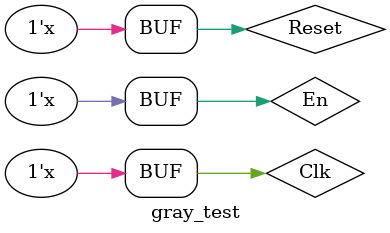
<source format=v>
`timescale 1ns / 1ps


module gray_test;

	// Inputs
	reg Clk;
	reg Reset;
	reg En;

	// Outputs
	wire [2:0] Output;
	wire Overflow;

	// Instantiate the Unit Under Test (UUT)
	gray uut (
		.Clk(Clk), 
		.Reset(Reset), 
		.En(En), 
		.Output(Output), 
		.Overflow(Overflow)
	);

	initial begin
		// Initialize Inputs
		Clk = 0;
		Reset = 0;
		En = 0;

		// Wait 100 ns for global reset to finish
        
		// Add stimulus here

	end
	
	always begin
		#20 Clk = ~Clk;
	end
	
	always begin
		#200 En = ~En;
	end
	
	always begin
		#800 Reset = ~Reset;
	end
	
	
	
	
      
endmodule


</source>
